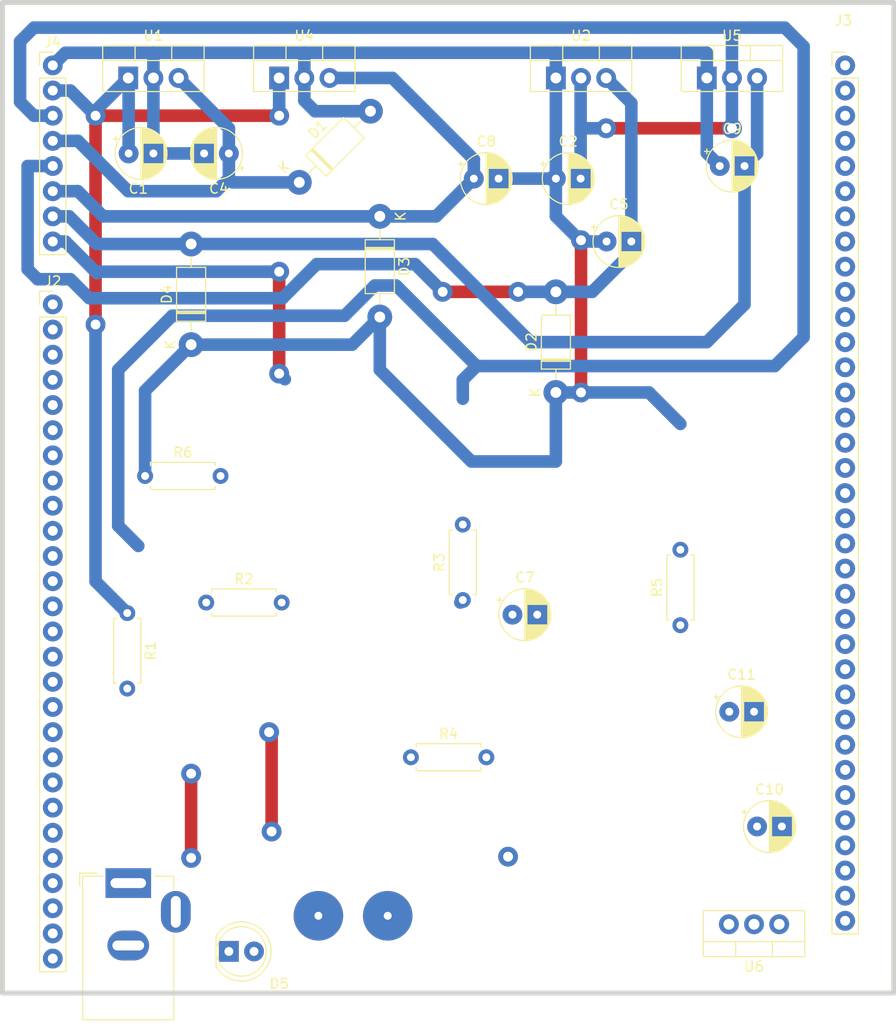
<source format=kicad_pcb>
(kicad_pcb (version 20221018) (generator pcbnew)
  (title_block (title "Fonte de tensao LM675") (date "2023-07-07") (rev "v04") (company "EITduino") (comment 1 "Autor: Gustavo Pinheiro") (comment 2 "projeto com uso de capacitores eletroliticos ou ceramicos") (comment 3 " \"switch\": chave gangorra kcd1para acionamento"))
  (layers (0 "F.Cu" signal) (31 "B.Cu" signal) (34 "B.Paste" user) (35 "F.Paste" user) (36 "B.SilkS" user "B.Silkscreen") (37 "F.SilkS" user "F.Silkscreen") (38 "B.Mask" user) (39 "F.Mask" user) (44 "Edge.Cuts" user))
  (net 0 "")
  (net 1 "switch")
  (net 2 "VEE")
  (net 3 "Net-(C7-Pad1)")
  (net 4 "Earth")
  (net 5 "+9V")
  (net 6 "-9V")
  (net 7 "+5V")
  (net 8 "-5V")
  (net 9 "+3.3V")
  (net 10 "Net-(D5-A)")
  (net 11 "I1")
  (net 12 "I2")
  (net 13 "Ampl1")
  (net 14 "Ampl2")
  (net 15 "Sin1")
  (net 16 "Sin2")
  (net 42 "SinA")
  (net 43 "SinB")
  (net 44 "SINC")
  (net 45 "SPI_COPI")
  (net 46 "SPI_CIPO")
  (net 47 "SPI_clk")
  (net 48 "CS (AD9833)")
  (net 49 "CS (X9c10x)")
  (net 52 "SCL3")
  (net 53 "SDA3")
  (net 54 "SCL2")
  (net 55 "SDA2")
  (net 56 "SCL1")
  (net 57 "SDA1")
  (net 58 "Net-(U3-+)")
  (net 59 "Net-(U3--)")
  (footprint "Connector_BarrelJack:BarrelJack_GCT_DCJ200-10-A_Horizontal" (layer "F.Cu") (at 114.3 139.7)
    (fp_text reference "J1" hide)
    (fp_text value "Barrel_Jack")
    (pad "1" thru_hole rect (at 0 0) (size 4.6 3) (drill oval 3.6 1) (layers "*.Cu" "*.Mask") (net 1 "switch"))
    (pad "2" thru_hole oval (at 0 6.3) (size 4.2 3) (drill oval 3.2 1) (layers "*.Cu" "*.Mask") (net 2 "VEE"))
    (pad "3" thru_hole oval (at 4.8 2.9) (size 3 4.2) (drill oval 1 3.2) (layers "*.Cu" "*.Mask"))
  )
  (footprint "Capacitor_THT:CP_Radial_D5.0mm_P2.50mm" (layer "F.Cu") (at 157.48 68.58)
    (fp_text reference "C2" (at 1.25 -3.75) (layer "F.SilkS"))
    (fp_text value "22uF")
    (pad "1" thru_hole circle (at 0 0) (size 2 2) (drill 0.8) (layers "*.Cu" "*.Mask") (net 4 "Earth"))
    (pad "2" thru_hole rect (at 2.5 0) (size 2 2.5) (drill 0.8) (layers "*.Cu" "*.Mask") (net 2 "VEE"))
  )
  (footprint "Resistor_THT:R_Axial_DIN0207_L6.3mm_D2.5mm_P7.62mm_Horizontal" (layer "F.Cu") (at 114.2 112.44 -90)
    (fp_text reference "R1" (at 3.81 -2.37 -90) (layer "F.SilkS"))
    (fp_text value "470")
    (pad "1" thru_hole circle (at 0 0 270) (size 1.6 1.6) (drill 0.8) (layers "*.Cu" "*.Mask") (net 1 "switch"))
    (pad "2" thru_hole oval (at 7.62 0 270) (size 1.6 1.6) (drill 0.8) (layers "*.Cu" "*.Mask") (net 10 "Net-(D5-A)"))
  )
  (footprint "Diode_THT:D_DO-41_SOD81_P10.16mm_Horizontal" (layer "F.Cu") (at 157.48 90.17 90)
    (fp_text reference "D2" (at 5.08 -2.47 90) (layer "F.SilkS"))
    (fp_text value "1N5819")
    (fp_text user "K" (at 0 -2.1 90) (layer "F.SilkS"))
    (pad "1" thru_hole circle (at 0 0 90) (size 2.5 2.5) (drill 1.1) (layers "*.Cu" "*.Mask") (net 4 "Earth"))
    (pad "2" thru_hole circle (at 10.16 0 90) (size 2.5 2.5) (drill 1.1) (layers "*.Cu" "*.Mask") (net 6 "-9V"))
  )
  (footprint "Package_TO_SOT_THT:TO-220-3_Vertical" (layer "F.Cu") (at 114.3 58.42)
    (fp_text reference "U1" (at 2.54 -4.27) (layer "F.SilkS"))
    (fp_text value "L7809")
    (pad "1" thru_hole rect (at 0 0) (size 2 2.3) (drill 1.1) (layers "*.Cu" "*.Mask") (net 1 "switch"))
    (pad "2" thru_hole circle (at 2.54 0) (size 2 2) (drill 1.1) (layers "*.Cu" "*.Mask") (net 4 "Earth"))
    (pad "3" thru_hole circle (at 5.08 0) (size 2 2) (drill 1.1) (layers "*.Cu" "*.Mask") (net 5 "+9V"))
  )
  (footprint "Diode_THT:D_DO-41_SOD81_P10.16mm_Horizontal" (layer "F.Cu") (at 120.65 85.344 90)
    (fp_text reference "D4" (at 5.08 -2.47 90) (layer "F.SilkS"))
    (fp_text value "1N5819")
    (fp_text user "K" (at 0 -2.1 90) (layer "F.SilkS"))
    (pad "1" thru_hole circle (at 0 0 90) (size 2.5 2.5) (drill 1.1) (layers "*.Cu" "*.Mask") (net 4 "Earth"))
    (pad "2" thru_hole circle (at 10.16 0 90) (size 2.5 2.5) (drill 1.1) (layers "*.Cu" "*.Mask") (net 8 "-5V"))
  )
  (footprint "Capacitor_THT:CP_Radial_D5.0mm_P2.50mm" (layer "F.Cu") (at 177.8 133.985)
    (fp_text reference "C10" (at 1.25 -3.75) (layer "F.SilkS"))
    (fp_text value "100uF")
    (pad "1" thru_hole circle (at 0 0) (size 2 2) (drill 0.8) (layers "*.Cu" "*.Mask") (net 1 "switch"))
    (pad "2" thru_hole rect (at 2.5 0) (size 2 2.5) (drill 0.8) (layers "*.Cu" "*.Mask") (net 4 "Earth"))
  )
  (footprint "Connector_PinHeader_2.54mm:PinHeader_1x35_P2.54mm_Vertical" (layer "F.Cu") (at 186.69 57.15)
    (fp_text reference "J3" (at -0.165 -4.535) (layer "F.SilkS"))
    (fp_text value "comunicacao / sinais digitais" hide)
    (pad "1" thru_hole circle (at 0 0) (size 2 2) (drill 1) (layers "*.Cu" "*.Mask") (net 44 "SINC"))
    (pad "2" thru_hole circle (at 0 2.54) (size 2 2) (drill 1) (layers "*.Cu" "*.Mask") (net 45 "SPI_COPI"))
    (pad "3" thru_hole circle (at 0 5.08) (size 2 2) (drill 1) (layers "*.Cu" "*.Mask") (net 46 "SPI_CIPO"))
    (pad "4" thru_hole circle (at 0 7.62) (size 2 2) (drill 1) (layers "*.Cu" "*.Mask") (net 47 "SPI_clk"))
    (pad "5" thru_hole circle (at 0 10.16) (size 2 2) (drill 1) (layers "*.Cu" "*.Mask") (net 48 "CS (AD9833)"))
    (pad "6" thru_hole circle (at 0 12.7) (size 2 2) (drill 1) (layers "*.Cu" "*.Mask") (net 49 "CS (X9c10x)"))
    (pad "7" thru_hole circle (at 0 15.24) (size 2 2) (drill 1) (layers "*.Cu" "*.Mask"))
    (pad "8" thru_hole circle (at 0 17.78) (size 2 2) (drill 1) (layers "*.Cu" "*.Mask"))
    (pad "9" thru_hole circle (at 0 20.32) (size 2 2) (drill 1) (layers "*.Cu" "*.Mask"))
    (pad "10" thru_hole circle (at 0 22.86) (size 2 2) (drill 1) (layers "*.Cu" "*.Mask"))
    (pad "11" thru_hole circle (at 0 25.4) (size 2 2) (drill 1) (layers "*.Cu" "*.Mask"))
    (pad "12" thru_hole circle (at 0 27.94) (size 2 2) (drill 1) (layers "*.Cu" "*.Mask"))
    (pad "13" thru_hole circle (at 0 30.48) (size 2 2) (drill 1) (layers "*.Cu" "*.Mask"))
    (pad "14" thru_hole circle (at 0 33.02) (size 2 2) (drill 1) (layers "*.Cu" "*.Mask"))
    (pad "15" thru_hole circle (at 0 35.56) (size 2 2) (drill 1) (layers "*.Cu" "*.Mask"))
    (pad "16" thru_hole circle (at 0 38.1) (size 2 2) (drill 1) (layers "*.Cu" "*.Mask"))
    (pad "17" thru_hole circle (at 0 40.64) (size 2 2) (drill 1) (layers "*.Cu" "*.Mask"))
    (pad "18" thru_hole circle (at 0 43.18) (size 2 2) (drill 1) (layers "*.Cu" "*.Mask"))
    (pad "19" thru_hole circle (at 0 45.72) (size 2 2) (drill 1) (layers "*.Cu" "*.Mask"))
    (pad "20" thru_hole circle (at 0 48.26) (size 2 2) (drill 1) (layers "*.Cu" "*.Mask"))
    (pad "21" thru_hole circle (at 0 50.8) (size 2 2) (drill 1) (layers "*.Cu" "*.Mask"))
    (pad "22" thru_hole circle (at 0 53.34) (size 2 2) (drill 1) (layers "*.Cu" "*.Mask"))
    (pad "23" thru_hole circle (at 0 55.88) (size 2 2) (drill 1) (layers "*.Cu" "*.Mask"))
    (pad "24" thru_hole circle (at 0 58.42) (size 2 2) (drill 1) (layers "*.Cu" "*.Mask"))
    (pad "25" thru_hole circle (at 0 60.96) (size 2 2) (drill 1) (layers "*.Cu" "*.Mask"))
    (pad "26" thru_hole circle (at 0 63.5) (size 2 2) (drill 1) (layers "*.Cu" "*.Mask"))
    (pad "27" thru_hole circle (at 0 66.04) (size 2 2) (drill 1) (layers "*.Cu" "*.Mask"))
    (pad "28" thru_hole circle (at 0 68.58) (size 2 2) (drill 1) (layers "*.Cu" "*.Mask"))
    (pad "29" thru_hole circle (at 0 71.12) (size 2 2) (drill 1) (layers "*.Cu" "*.Mask"))
    (pad "30" thru_hole circle (at 0 73.66) (size 2 2) (drill 1) (layers "*.Cu" "*.Mask") (net 52 "SCL3"))
    (pad "31" thru_hole circle (at 0 76.2) (size 2 2) (drill 1) (layers "*.Cu" "*.Mask") (net 53 "SDA3"))
    (pad "32" thru_hole circle (at 0 78.74) (size 2 2) (drill 1) (layers "*.Cu" "*.Mask") (net 54 "SCL2"))
    (pad "33" thru_hole circle (at 0 81.28) (size 2 2) (drill 1) (layers "*.Cu" "*.Mask") (net 55 "SDA2"))
    (pad "34" thru_hole circle (at 0 83.82) (size 2 2) (drill 1) (layers "*.Cu" "*.Mask") (net 56 "SCL1"))
    (pad "35" thru_hole circle (at 0 86.36) (size 2 2) (drill 1) (layers "*.Cu" "*.Mask") (net 57 "SDA1"))
  )
  (footprint "Resistor_THT:R_Axial_DIN0207_L6.3mm_D2.5mm_P7.62mm_Horizontal" (layer "F.Cu") (at 142.84 127)
    (fp_text reference "R4" (at 3.81 -2.37) (layer "F.SilkS"))
    (fp_text value "1k")
    (pad "1" thru_hole circle (at 0 0) (size 1.6 1.6) (drill 0.8) (layers "*.Cu" "*.Mask") (net 58 "Net-(U3-+)"))
    (pad "2" thru_hole oval (at 7.62 0) (size 1.6 1.6) (drill 0.8) (layers "*.Cu" "*.Mask") (net 59 "Net-(U3--)"))
  )
  (footprint "Package_TO_SOT_THT:TO-220-3_Vertical" (layer "F.Cu") (at 180.031112 143.855 180)
    (fp_text reference "U6" (at 2.54 -4.27) (layer "F.SilkS"))
    (fp_text value "LM1117T-3.3")
    (pad "1" thru_hole circle (at 0 0 180) (size 2 2) (drill 1.1) (layers "*.Cu" "*.Mask") (net 4 "Earth"))
    (pad "2" thru_hole circle (at 2.54 0 180) (size 2 2) (drill 1.1) (layers "*.Cu" "*.Mask") (net 9 "+3.3V"))
    (pad "3" thru_hole circle (at 5.08 0 180) (size 2 2) (drill 1.1) (layers "*.Cu" "*.Mask") (net 1 "switch"))
  )
  (footprint "Capacitor_THT:CP_Radial_D5.0mm_P2.50mm" (layer "F.Cu") (at 174.03 67.31)
    (fp_text reference "C9" (at 1.25 -3.75) (layer "F.SilkS"))
    (fp_text value "1uF")
    (pad "1" thru_hole circle (at 0 0) (size 2 2) (drill 0.8) (layers "*.Cu" "*.Mask") (net 4 "Earth"))
    (pad "2" thru_hole rect (at 2.5 0) (size 2 2.5) (drill 0.8) (layers "*.Cu" "*.Mask") (net 8 "-5V"))
  )
  (footprint "Resistor_THT:R_Axial_DIN0207_L6.3mm_D2.5mm_P7.62mm_Horizontal" (layer "F.Cu") (at 170.053 113.665 90)
    (fp_text reference "R5" (at 3.81 -2.37 90) (layer "F.SilkS"))
    (fp_text value "15k")
    (pad "1" thru_hole circle (at 0 0 90) (size 1.6 1.6) (drill 0.8) (layers "*.Cu" "*.Mask") (net 59 "Net-(U3--)"))
    (pad "2" thru_hole oval (at 7.62 0 90) (size 1.6 1.6) (drill 0.8) (layers "*.Cu" "*.Mask") (net 4 "Earth"))
  )
  (footprint "Package_TO_SOT_THT:TO-220-3_Vertical" (layer "F.Cu") (at 157.48 58.42)
    (fp_text reference "U2" (at 2.54 -4.27) (layer "F.SilkS"))
    (fp_text value "LM7909_TO220")
    (pad "1" thru_hole rect (at 0 0) (size 2 2.3) (drill 1.1) (layers "*.Cu" "*.Mask") (net 4 "Earth"))
    (pad "2" thru_hole circle (at 2.54 0) (size 2 2) (drill 1.1) (layers "*.Cu" "*.Mask") (net 2 "VEE"))
    (pad "3" thru_hole circle (at 5.08 0) (size 2 2) (drill 1.1) (layers "*.Cu" "*.Mask") (net 6 "-9V"))
  )
  (footprint "Capacitor_THT:CP_Radial_D5.0mm_P2.50mm" (layer "F.Cu") (at 149.194888 68.58)
    (fp_text reference "C8" (at 1.25 -3.75) (layer "F.SilkS"))
    (fp_text value "1uF")
    (pad "1" thru_hole circle (at 0 0) (size 2 2) (drill 0.8) (layers "*.Cu" "*.Mask") (net 7 "+5V"))
    (pad "2" thru_hole rect (at 2.5 0) (size 2 2.5) (drill 0.8) (layers "*.Cu" "*.Mask") (net 4 "Earth"))
  )
  (footprint "Connector_PinHeader_2.54mm:PinHeader_1x08_P2.54mm_Vertical" (layer "F.Cu") (at 106.68 57.15)
    (fp_text reference "J4" (at 0 -2.33) (layer "F.SilkS"))
    (fp_text value "tensoes")
    (pad "1" thru_hole circle (at 0 0) (size 2 2) (drill 1) (layers "*.Cu" "*.Mask") (net 4 "Earth"))
    (pad "2" thru_hole circle (at 0 2.54) (size 2 2) (drill 1) (layers "*.Cu" "*.Mask") (net 1 "switch"))
    (pad "3" thru_hole circle (at 0 5.08) (size 2 2) (drill 1) (layers "*.Cu" "*.Mask") (net 2 "VEE"))
    (pad "4" thru_hole circle (at 0 7.62) (size 2 2) (drill 1) (layers "*.Cu" "*.Mask") (net 5 "+9V"))
    (pad "5" thru_hole circle (at 0 10.16) (size 2 2) (drill 1) (layers "*.Cu" "*.Mask") (net 6 "-9V"))
    (pad "6" thru_hole circle (at 0 12.7) (size 2 2) (drill 1) (layers "*.Cu" "*.Mask") (net 7 "+5V"))
    (pad "7" thru_hole circle (at 0 15.24) (size 2 2) (drill 1) (layers "*.Cu" "*.Mask") (net 8 "-5V"))
    (pad "8" thru_hole circle (at 0 17.78) (size 2 2) (drill 1) (layers "*.Cu" "*.Mask") (net 9 "+3.3V"))
  )
  (footprint "Connector_PinHeader_2.54mm:PinHeader_1x27_P2.54mm_Vertical" (layer "F.Cu") (at 106.68 81.28)
    (fp_text reference "J2" (at 0 -2.33) (layer "F.SilkS"))
    (fp_text value "sinais analogicos")
    (pad "1" thru_hole circle (at 0 0) (size 2 2) (drill 1) (layers "*.Cu" "*.Mask"))
    (pad "2" thru_hole circle (at 0 2.54) (size 2 2) (drill 1) (layers "*.Cu" "*.Mask"))
    (pad "3" thru_hole circle (at 0 5.08) (size 2 2) (drill 1) (layers "*.Cu" "*.Mask"))
    (pad "4" thru_hole circle (at 0 7.62) (size 2 2) (drill 1) (layers "*.Cu" "*.Mask"))
    (pad "5" thru_hole circle (at 0 10.16) (size 2 2) (drill 1) (layers "*.Cu" "*.Mask"))
    (pad "6" thru_hole circle (at 0 12.7) (size 2 2) (drill 1) (layers "*.Cu" "*.Mask"))
    (pad "7" thru_hole circle (at 0 15.24) (size 2 2) (drill 1) (layers "*.Cu" "*.Mask"))
    (pad "8" thru_hole circle (at 0 17.78) (size 2 2) (drill 1) (layers "*.Cu" "*.Mask"))
    (pad "9" thru_hole circle (at 0 20.32) (size 2 2) (drill 1) (layers "*.Cu" "*.Mask"))
    (pad "10" thru_hole circle (at 0 22.86) (size 2 2) (drill 1) (layers "*.Cu" "*.Mask"))
    (pad "11" thru_hole circle (at 0 25.4) (size 2 2) (drill 1) (layers "*.Cu" "*.Mask"))
    (pad "12" thru_hole circle (at 0 27.94) (size 2 2) (drill 1) (layers "*.Cu" "*.Mask"))
    (pad "13" thru_hole circle (at 0 30.48) (size 2 2) (drill 1) (layers "*.Cu" "*.Mask"))
    (pad "14" thru_hole circle (at 0 33.02) (size 2 2) (drill 1) (layers "*.Cu" "*.Mask"))
    (pad "15" thru_hole circle (at 0 35.56) (size 2 2) (drill 1) (layers "*.Cu" "*.Mask"))
    (pad "16" thru_hole circle (at 0 38.1) (size 2 2) (drill 1) (layers "*.Cu" "*.Mask"))
    (pad "17" thru_hole circle (at 0 40.64) (size 2 2) (drill 1) (layers "*.Cu" "*.Mask"))
    (pad "18" thru_hole circle (at 0 43.18) (size 2 2) (drill 1) (layers "*.Cu" "*.Mask"))
    (pad "19" thru_hole circle (at 0 45.72) (size 2 2) (drill 1) (layers "*.Cu" "*.Mask"))
    (pad "20" thru_hole circle (at 0 48.26) (size 2 2) (drill 1) (layers "*.Cu" "*.Mask") (net 11 "I1"))
    (pad "21" thru_hole circle (at 0 50.8) (size 2 2) (drill 1) (layers "*.Cu" "*.Mask") (net 12 "I2"))
    (pad "22" thru_hole circle (at 0 53.34) (size 2 2) (drill 1) (layers "*.Cu" "*.Mask") (net 13 "Ampl1"))
    (pad "23" thru_hole circle (at 0 55.88) (size 2 2) (drill 1) (layers "*.Cu" "*.Mask") (net 14 "Ampl2"))
    (pad "24" thru_hole circle (at 0 58.42) (size 2 2) (drill 1) (layers "*.Cu" "*.Mask") (net 15 "Sin1"))
    (pad "25" thru_hole circle (at 0 60.96) (size 2 2) (drill 1) (layers "*.Cu" "*.Mask") (net 16 "Sin2"))
    (pad "26" thru_hole circle (at 0 63.5) (size 2 2) (drill 1) (layers "*.Cu" "*.Mask") (net 42 "SinA"))
    (pad "27" thru_hole circle (at 0 66.04) (size 2 2) (drill 1) (layers "*.Cu" "*.Mask") (net 43 "SinB"))
  )
  (footprint "Resistor_THT:R_Axial_DIN0207_L6.3mm_D2.5mm_P7.62mm_Horizontal" (layer "F.Cu") (at 122.174 111.379)
    (fp_text reference "R2" (at 3.81 -2.37) (layer "F.SilkS"))
    (fp_text value "22k")
    (pad "1" thru_hole circle (at 0 0) (size 1.6 1.6) (drill 0.8) (layers "*.Cu" "*.Mask") (net 1 "switch"))
    (pad "2" thru_hole oval (at 7.62 0) (size 1.6 1.6) (drill 0.8) (layers "*.Cu" "*.Mask") (net 58 "Net-(U3-+)"))
  )
  (footprint "Package_TO_SOT_THT:TO-220-3_Vertical" (layer "F.Cu") (at 129.54 58.42)
    (fp_text reference "U4" (at 2.54 -4.27) (layer "F.SilkS"))
    (fp_text value "L7805")
    (pad "1" thru_hole rect (at 0 0) (size 2 2.3) (drill 1.1) (layers "*.Cu" "*.Mask") (net 1 "switch"))
    (pad "2" thru_hole circle (at 2.54 0) (size 2 2) (drill 1.1) (layers "*.Cu" "*.Mask") (net 4 "Earth"))
    (pad "3" thru_hole circle (at 5.08 0) (size 2 2) (drill 1.1) (layers "*.Cu" "*.Mask") (net 7 "+5V"))
  )
  (footprint "Capacitor_THT:CP_Radial_D5.0mm_P2.50mm" (layer "F.Cu") (at 162.6 74.93)
    (fp_text reference "C5" (at 1.25 -3.75) (layer "F.SilkS"))
    (fp_text value "1uF")
    (pad "1" thru_hole circle (at 0 0) (size 2 2) (drill 0.8) (layers "*.Cu" "*.Mask") (net 4 "Earth"))
    (pad "2" thru_hole rect (at 2.5 0) (size 2 2.5) (drill 0.8) (layers "*.Cu" "*.Mask") (net 6 "-9V"))
  )
  (footprint "Package_TO_SOT_THT:TO-220-3_Vertical" (layer "F.Cu") (at 172.72 58.42)
    (fp_text reference "U5" (at 2.54 -4.27) (layer "F.SilkS"))
    (fp_text value "L7905")
    (pad "1" thru_hole rect (at 0 0) (size 2 2.3) (drill 1.1) (layers "*.Cu" "*.Mask") (net 4 "Earth"))
    (pad "2" thru_hole circle (at 2.54 0) (size 2 2) (drill 1.1) (layers "*.Cu" "*.Mask") (net 2 "VEE"))
    (pad "3" thru_hole circle (at 5.08 0) (size 2 2) (drill 1.1) (layers "*.Cu" "*.Mask") (net 8 "-5V"))
  )
  (footprint "Capacitor_THT:CP_Radial_D5.0mm_P2.50mm" (layer "F.Cu") (at 153.1 112.6)
    (fp_text reference "C7" (at 1.25 -3.75) (layer "F.SilkS"))
    (fp_text value "2.2uF")
    (pad "1" thru_hole circle (at 0 0) (size 2 2) (drill 0.8) (layers "*.Cu" "*.Mask") (net 3 "Net-(C7-Pad1)"))
    (pad "2" thru_hole rect (at 2.5 0) (size 2 2.5) (drill 0.8) (layers "*.Cu" "*.Mask") (net 2 "VEE"))
  )
  (footprint "Capacitor_THT:CP_Radial_D5.0mm_P2.50mm" (layer "F.Cu") (at 114.34 66.04)
    (fp_text reference "C1" (at 0.976 3.556) (layer "F.SilkS"))
    (fp_text value "3.3uF")
    (pad "1" thru_hole circle (at 0 0) (size 2 2) (drill 0.8) (layers "*.Cu" "*.Mask") (net 1 "switch"))
    (pad "2" thru_hole rect (at 2.5 0) (size 2 2.5) (drill 0.8) (layers "*.Cu" "*.Mask") (net 4 "Earth"))
  )
  (footprint "Resistor_THT:R_Axial_DIN0207_L6.3mm_D2.5mm_P7.62mm_Horizontal" (layer "F.Cu") (at 148.082 111.125 90)
    (fp_text reference "R3" (at 3.81 -2.37 90) (layer "F.SilkS"))
    (fp_text value "22k")
    (pad "1" thru_hole circle (at 0 0 90) (size 1.6 1.6) (drill 0.8) (layers "*.Cu" "*.Mask") (net 58 "Net-(U3-+)"))
    (pad "2" thru_hole oval (at 7.62 0 90) (size 1.6 1.6) (drill 0.8) (layers "*.Cu" "*.Mask") (net 2 "VEE"))
  )
  (footprint "Diode_THT:D_DO-41_SOD81_P10.16mm_Horizontal" (layer "F.Cu") (at 139.7 72.39 -90)
    (fp_text reference "D3" (at 5.08 -2.47 90) (layer "F.SilkS"))
    (fp_text value "1N5819")
    (fp_text user "K" (at 0 -2.1 90) (layer "F.SilkS"))
    (pad "1" thru_hole circle (at 0 0 270) (size 2.5 2.5) (drill 1.1) (layers "*.Cu" "*.Mask") (net 7 "+5V"))
    (pad "2" thru_hole circle (at 10.16 0 270) (size 2.5 2.5) (drill 1.1) (layers "*.Cu" "*.Mask") (net 4 "Earth"))
  )
  (footprint "Capacitor_THT:CP_Radial_D5.0mm_P2.50mm" (layer "F.Cu") (at 174.991112 122.4)
    (fp_text reference "C11" (at 1.25 -3.75) (layer "F.SilkS"))
    (fp_text value "100uF")
    (pad "1" thru_hole circle (at 0 0) (size 2 2) (drill 0.8) (layers "*.Cu" "*.Mask") (net 9 "+3.3V"))
    (pad "2" thru_hole rect (at 2.5 0) (size 2 2.5) (drill 0.8) (layers "*.Cu" "*.Mask") (net 4 "Earth"))
  )
  (footprint "Resistor_THT:R_Axial_DIN0207_L6.3mm_D2.5mm_P7.62mm_Horizontal" (layer "F.Cu") (at 116 98.6)
    (fp_text reference "R6" (at 3.81 -2.37) (layer "F.SilkS"))
    (fp_text value "1")
    (pad "1" thru_hole circle (at 0 0) (size 1.6 1.6) (drill 0.8) (layers "*.Cu" "*.Mask") (net 4 "Earth"))
    (pad "2" thru_hole oval (at 7.62 0) (size 1.6 1.6) (drill 0.8) (layers "*.Cu" "*.Mask") (net 3 "Net-(C7-Pad1)"))
  )
  (footprint "Capacitor_THT:CP_Radial_D5.0mm_P2.50mm" (layer "F.Cu") (at 124.46 66.04 180)
    (fp_text reference "C4" (at 1.016 -3.556) (layer "F.SilkS"))
    (fp_text value "1uF")
    (pad "1" thru_hole circle (at 0 0 180) (size 2 2) (drill 0.8) (layers "*.Cu" "*.Mask") (net 5 "+9V"))
    (pad "2" thru_hole rect (at 2.5 0 180) (size 2 2.5) (drill 0.8) (layers "*.Cu" "*.Mask") (net 4 "Earth"))
  )
  (footprint "Diode_THT:D_DO-41_SOD81_P10.16mm_Horizontal" (layer "F.Cu") (at 131.572 68.961 45)
    (fp_text reference "D1" (at 5.08 -2.47 45) (layer "F.SilkS"))
    (fp_text value "1N5819")
    (fp_text user "K" (at 0 -2.1 45) (layer "F.SilkS"))
    (pad "1" thru_hole circle (at 0 0 45) (size 2.5 2.5) (drill 1.1) (layers "*.Cu" "*.Mask") (net 5 "+9V"))
    (pad "2" thru_hole circle (at 10.16 0 45) (size 2.5 2.5) (drill 1.1) (layers "*.Cu" "*.Mask") (net 4 "Earth"))
  )
  (footprint "LED_THT:LED_D5.0mm" (layer "F.Cu") (at 124.46 146.6)
    (fp_text reference "D5" (at 5.08 3.26) (layer "F.SilkS"))
    (fp_text value "LED")
    (pad "1" thru_hole rect (at 0 0) (size 2 2.1) (drill 0.9) (layers "*.Cu" "*.Mask") (net 4 "Earth"))
    (pad "2" thru_hole circle (at 2.54 0) (size 2 2) (drill 0.9) (layers "*.Cu" "*.Mask") (net 10 "Net-(D5-A)"))
  )
  (gr_line (start 191.6 150.7998) (end 101.60018 150.7998) (stroke (width 0.5)) (layer "Edge.Cuts"))
  (gr_line (start 191.6 150.8) (end 191.6 50.8) (stroke (width 0.5)) (layer "Edge.Cuts"))
  (gr_line (start 101.6 50.8) (end 191.6 50.8) (stroke (width 0.5)) (layer "Edge.Cuts"))
  (gr_line (start 101.6 50.8) (end 101.6 150.7998) (stroke (width 0.5)) (layer "Edge.Cuts"))
  (segment (start 128.524 124.46) (end 128.778 124.714) (width 1.27) (layer "F.Cu") (net 1))
  (segment (start 110.998 62.23) (end 110.998 83.312) (width 1.27) (layer "F.Cu") (net 1))
  (segment (start 128.778 124.714) (end 128.778 134.493) (width 1.27) (layer "F.Cu") (net 1))
  (segment (start 110.998 62.23) (end 129.54 62.23) (width 1.27) (layer "F.Cu") (net 1))
  (via (at 110.998 62.23) (size 2) (drill 1) (layers "F.Cu" "B.Cu") (net 1))
  (via (at 140.5 143) (size 5) (drill 0.8) (layers "F.Cu" "B.Cu") (net 1))
  (via (at 129.54 62.23) (size 2) (drill 1) (layers "F.Cu" "B.Cu") (net 1))
  (via (at 152.654 137.033) (size 2) (drill 1) (layers "F.Cu" "B.Cu") (net 1))
  (via (at 110.998 83.312) (size 2) (drill 1) (layers "F.Cu" "B.Cu") (net 1))
  (via (at 128.524 124.46) (size 2) (drill 1) (layers "F.Cu" "B.Cu") (net 1))
  (via (at 133.5 143) (size 5) (drill 0.8) (layers "F.Cu" "B.Cu") (net 1))
  (via (at 128.778 134.493) (size 2) (drill 1) (layers "F.Cu" "B.Cu") (net 1))
  (segment (start 110.998 83.312) (end 110.998 109.238) (width 1.27) (layer "B.Cu") (net 1))
  (segment (start 108.458 59.69) (end 106.68 59.69) (width 1.27) (layer "B.Cu") (net 1))
  (segment (start 152.527 137.16) (end 152.654 137.033) (width 1.27) (layer "B.Cu") (net 1))
  (segment (start 110.998 62.23) (end 108.458 59.69) (width 1.27) (layer "B.Cu") (net 1))
  (segment (start 140.5 143) (end 141.48 143) (width 1.27) (layer "B.Cu") (net 1))
  (segment (start 129.54 62.23) (end 129.54 58.42) (width 1.27) (layer "B.Cu") (net 1))
  (segment (start 114.34 66.04) (end 114.34 58.46) (width 1.27) (layer "B.Cu") (net 1))
  (segment (start 114.34 58.46) (end 114.3 58.42) (width 1.27) (layer "B.Cu") (net 1))
  (segment (start 110.998 62.23) (end 110.998 61.722) (width 1.27) (layer "B.Cu") (net 1))
  (segment (start 110.998 109.238) (end 114.2 112.44) (width 1.27) (layer "B.Cu") (net 1))
  (segment (start 110.998 61.722) (end 114.3 58.42) (width 1.27) (layer "B.Cu") (net 1))
  (segment (start 140.5 143) (end 140.5 143.98) (width 1.27) (layer "B.Cu") (net 1))
  (segment (start 120.65 128.651) (end 120.65 137.16) (width 1.27) (layer "F.Cu") (net 2))
  (segment (start 175.26 63.5) (end 162.56 63.5) (width 1.27) (layer "F.Cu") (net 2))
  (via (at 175.26 63.5) (size 2) (drill 1) (layers "F.Cu" "B.Cu") (net 2))
  (via (at 162.56 63.5) (size 2) (drill 1) (layers "F.Cu" "B.Cu") (net 2))
  (via (at 120.65 128.651) (size 2) (drill 1) (layers "F.Cu" "B.Cu") (net 2))
  (via (at 120.65 137.16) (size 2) (drill 1) (layers "F.Cu" "B.Cu") (net 2))
  (segment (start 180.594 53.34) (end 182.499 55.245) (width 1.27) (layer "B.Cu") (net 2))
  (segment (start 118.745 82.423) (end 136.144 82.423) (width 1.27) (layer "B.Cu") (net 2))
  (segment (start 175.26 63.5) (end 175.26 58.42) (width 1.27) (layer "B.Cu") (net 2))
  (segment (start 113.284 103.632) (end 113.284 87.884) (width 1.27) (layer "B.Cu") (net 2))
  (segment (start 160.02 68.54) (end 159.98 68.58) (width 1.27) (layer "B.Cu") (net 2))
  (segment (start 114.9 146.6) (end 114.3 146) (width 1.27) (layer "B.Cu") (net 2))
  (segment (start 136.144 82.423) (end 139.192 79.375) (width 1.27) (layer "B.Cu") (net 2))
  (segment (start 159.98 58.46) (end 160.02 58.42) (width 1.27) (layer "B.Cu") (net 2))
  (segment (start 175.26 53.34) (end 175.26 58.42) (width 1.27) (layer "B.Cu") (net 2))
  (segment (start 139.192 79.375) (end 141.351 79.375) (width 1.27) (layer "B.Cu") (net 2))
  (segment (start 113.284 87.884) (end 118.745 82.423) (width 1.27) (layer "B.Cu") (net 2))
  (segment (start 179.578 87.503) (end 182.499 84.582) (width 1.27) (layer "B.Cu") (net 2))
  (segment (start 182.499 84.582) (end 182.499 55.245) (width 1.27) (layer "B.Cu") (net 2))
  (segment (start 103.378 60.833) (end 103.378 54.737) (width 1.27) (layer "B.Cu") (net 2))
  (segment (start 175.26 53.34) (end 180.594 53.34) (width 1.27) (layer "B.Cu") (net 2))
  (segment (start 159.98 63.5) (end 159.98 58.46) (width 1.27) (layer "B.Cu") (net 2))
  (segment (start 104.775 62.23) (end 103.378 60.833) (width 1.27) (layer "B.Cu") (net 2))
  (segment (start 141.351 79.375) (end 149.479 87.503) (width 1.27) (layer "B.Cu") (net 2))
  (segment (start 115.316 105.664) (end 113.284 103.632) (width 1.27) (layer "B.Cu") (net 2))
  (segment (start 106.68 62.23) (end 104.775 62.23) (width 1.27) (layer "B.Cu") (net 2))
  (segment (start 159.98 68.58) (end 159.98 63.5) (width 1.27) (layer "B.Cu") (net 2))
  (segment (start 148.082 88.9) (end 149.479 87.503) (width 1.27) (layer "B.Cu") (net 2))
  (segment (start 104.775 53.34) (end 175.26 53.34) (width 1.27) (layer "B.Cu") (net 2))
  (segment (start 103.378 54.737) (end 104.775 53.34) (width 1.27) (layer "B.Cu") (net 2))
  (segment (start 148.082 90.805) (end 148.082 88.9) (width 1.27) (layer "B.Cu") (net 2))
  (segment (start 149.479 87.503) (end 179.578 87.503) (width 1.27) (layer "B.Cu") (net 2))
  (segment (start 162.56 63.5) (end 159.98 63.5) (width 1.27) (layer "B.Cu") (net 2))
  (segment (start 160.02 74.803) (end 160.02 90.17) (width 1.27) (layer "F.Cu") (net 4))
  (via (at 160.02 74.803) (size 2) (drill 1) (layers "F.Cu" "B.Cu") (net 4))
  (via (at 160.02 90.17) (size 2) (drill 1) (layers "F.Cu" "B.Cu") (net 4))
  (segment (start 157.48 72.39) (end 157.48 68.58) (width 1.27) (layer "B.Cu") (net 4))
  (segment (start 162.6 74.93) (end 160.02 74.93) (width 1.27) (layer "B.Cu") (net 4))
  (segment (start 160.02 74.93) (end 157.48 72.39) (width 1.27) (layer "B.Cu") (net 4))
  (segment (start 132.08 55.88) (end 157.48 55.88) (width 1.27) (layer "B.Cu") (net 4))
  (segment (start 148.952 97.136) (end 139.7 87.884) (width 1.27) (layer "B.Cu") (net 4))
  (segment (start 132.08 55.88) (end 132.08 58.42) (width 1.27) (layer "B.Cu") (net 4))
  (segment (start 136.906 85.344) (end 139.7 82.55) (width 1.27) (layer "B.Cu") (net 4))
  (segment (start 139.7 87.884) (end 139.7 82.55) (width 1.27) (layer "B.Cu") (net 4))
  (segment (start 132.08 60.706) (end 133.150795 61.776795) (width 1.27) (layer "B.Cu") (net 4))
  (segment (start 116 89.994) (end 120.65 85.344) (width 1.27) (layer "B.Cu") (net 4))
  (segment (start 172.72 58.42) (end 172.72 66) (width 1.27) (layer "B.Cu") (net 4))
  (segment (start 116.84 55.88) (end 132.08 55.88) (width 1.27) (layer "B.Cu") (net 4))
  (segment (start 160.02 90.17) (end 166.878 90.17) (width 1.27) (layer "B.Cu") (net 4))
  (segment (start 116 98.6) (end 116 89.994) (width 1.27) (layer "B.Cu") (net 4))
  (segment (start 157.48 55.88) (end 172.72 55.88) (width 1.27) (layer "B.Cu") (net 4))
  (segment (start 106.68 57.15) (end 107.95 55.88) (width 1.27) (layer "B.Cu") (net 4))
  (segment (start 133.150795 61.776795) (end 138.756205 61.776795) (width 1.27) (layer "B.Cu") (net 4))
  (segment (start 121.96 66.04) (end 116.84 66.04) (width 1.27) (layer "B.Cu") (net 4))
  (segment (start 166.878 90.17) (end 170.053 93.345) (width 1.27) (layer "B.Cu") (net 4))
  (segment (start 132.08 58.42) (end 132.08 60.706) (width 1.27) (layer "B.Cu") (net 4))
  (segment (start 157.48 97.136) (end 148.952 97.136) (width 1.27) (layer "B.Cu") (net 4))
  (segment (start 107.95 55.88) (end 116.84 55.88) (width 1.27) (layer "B.Cu") (net 4))
  (segment (start 180.031112 134.253888) (end 180.3 133.985) (width 1.27) (layer "B.Cu") (net 4))
  (segment (start 151.694888 68.58) (end 157.48 68.58) (width 1.27) (layer "B.Cu") (net 4))
  (segment (start 157.48 58.42) (end 157.48 68.58) (width 1.27) (layer "B.Cu") (net 4))
  (segment (start 120.65 85.344) (end 136.906 85.344) (width 1.27) (layer "B.Cu") (net 4))
  (segment (start 157.48 55.88) (end 157.48 58.42) (width 1.27) (layer "B.Cu") (net 4))
  (segment (start 157.48 90.17) (end 157.48 97.136) (width 1.27) (layer "B.Cu") (net 4))
  (segment (start 172.72 66) (end 174.03 67.31) (width 1.27) (layer "B.Cu") (net 4))
  (segment (start 116.84 66.04) (end 116.84 58.42) (width 1.27) (layer "B.Cu") (net 4))
  (segment (start 116.84 55.88) (end 116.84 58.42) (width 1.27) (layer "B.Cu") (net 4))
  (segment (start 172.72 55.88) (end 172.72 58.42) (width 1.27) (layer "B.Cu") (net 4))
  (segment (start 160.02 90.17) (end 157.48 90.17) (width 1.27) (layer "B.Cu") (net 4))
  (segment (start 106.68 64.77) (end 109.22 64.77) (width 1.27) (layer "B.Cu") (net 5))
  (segment (start 124.46 63.5) (end 124.46 66.04) (width 1.27) (layer "B.Cu") (net 5))
  (segment (start 131.572 68.961) (end 124.841 68.961) (width 1.27) (layer "B.Cu") (net 5))
  (segment (start 119.38 58.42) (end 124.46 63.5) (width 1.27) (layer "B.Cu") (net 5))
  (segment (start 124.46 68.58) (end 124.46 66.04) (width 1.27) (layer "B.Cu") (net 5))
  (segment (start 114.3 69.85) (end 123.19 69.85) (width 1.27) (layer "B.Cu") (net 5))
  (segment (start 123.19 69.85) (end 124.46 68.58) (width 1.27) (layer "B.Cu") (net 5))
  (segment (start 124.841 68.961) (end 124.46 68.58) (width 1.27) (layer "B.Cu") (net 5))
  (segment (start 109.22 64.77) (end 114.3 69.85) (width 1.27) (layer "B.Cu") (net 5))
  (segment (start 153.67 80.01) (end 146.05 80.01) (width 1.27) (layer "F.Cu") (net 6))
  (via (at 153.67 80.01) (size 2) (drill 1) (layers "F.Cu" "B.Cu") (net 6))
  (via (at 146.05 80.01) (size 2) (drill 1) (layers "F.Cu" "B.Cu") (net 6))
  (segment (start 108.458 78.74) (end 105.156 78.74) (width 1.27) (layer "B.Cu") (net 6))
  (segment (start 110.371 80.653) (end 108.458 78.74) (width 1.27) (layer "B.Cu") (net 6))
  (segment (start 157.48 80.01) (end 161.15137 80.01) (width 1.27) (layer "B.Cu") (net 6))
  (segment (start 104.14 77.724) (end 104.14 67.31) (width 1.27) (layer "B.Cu") (net 6))
  (segment (start 165.1 74.93) (end 165.1 60.96) (width 1.27) (layer "B.Cu") (net 6))
  (segment (start 143.256 77.216) (end 133.321346 77.216) (width 1.27) (layer "B.Cu") (net 6))
  (segment (start 165.1 60.96) (end 162.56 58.42) (width 1.27) (layer "B.Cu") (net 6))
  (segment (start 165.1 76.06137) (end 165.1 74.93) (width 1.27) (layer "B.Cu") (net 6))
  (segment (start 104.14 67.31) (end 106.68 67.31) (width 1.27) (layer "B.Cu") (net 6))
  (segment (start 153.67 80.01) (end 157.48 80.01) (width 1.27) (layer "B.Cu") (net 6))
  (segment (start 133.321346 77.216) (end 129.884346 80.653) (width 1.27) (layer "B.Cu") (net 6))
  (segment (start 105.156 78.74) (end 104.14 77.724) (width 1.27) (layer "B.Cu") (net 6))
  (segment (start 129.884346 80.653) (end 110.371 80.653) (width 1.27) (layer "B.Cu") (net 6))
  (segment (start 146.05 80.01) (end 143.256 77.216) (width 1.27) (layer "B.Cu") (net 6))
  (segment (start 161.15137 80.01) (end 165.1 76.06137) (width 1.27) (layer "B.Cu") (net 6))
  (segment (start 142.24 72.39) (end 111.76 72.39) (width 1.27) (layer "B.Cu") (net 7))
  (segment (start 109.22 69.85) (end 106.68 69.85) (width 1.27) (layer "B.Cu") (net 7))
  (segment (start 149.194888 66.644888) (end 140.97 58.42) (width 1.27) (layer "B.Cu") (net 7))
  (segment (start 149.194888 68.58) (end 149.194888 66.644888) (width 1.27) (layer "B.Cu") (net 7))
  (segment (start 140.97 58.42) (end 134.62 58.42) (width 1.27) (layer "B.Cu") (net 7))
  (segment (start 145.384888 72.39) (end 142.24 72.39) (width 1.27) (layer "B.Cu") (net 7))
  (segment (start 139.7 72.39) (end 142.24 72.39) (width 1.27) (layer "B.Cu") (net 7))
  (segment (start 111.76 72.39) (end 109.22 69.85) (width 1.27) (layer "B.Cu") (net 7))
  (segment (start 149.194888 68.58) (end 145.384888 72.39) (width 1.27) (layer "B.Cu") (net 7))
  (segment (start 172.72 85.09) (end 176.53 81.28) (width 1.27) (layer "B.Cu") (net 8))
  (segment (start 145.034 75.184) (end 146.05 76.2) (width 1.27) (layer "B.Cu") (net 8))
  (segment (start 154.94 85.09) (end 172.72 85.09) (width 1.27) (layer "B.Cu") (net 8))
  (segment (start 177.8 58.42) (end 177.8 66.04) (width 1.27) (layer "B.Cu") (net 8))
  (segment (start 120.65 75.184) (end 111.125 75.184) (width 1.27) (layer "B.Cu") (net 8))
  (segment (start 177.8 66.04) (end 176.53 67.31) (width 1.27) (layer "B.Cu") (net 8))
  (segment (start 120.65 75.184) (end 145.034 75.184) (width 1.27) (layer "B.Cu") (net 8))
  (segment (start 176.53 81.28) (end 176.53 67.31) (width 1.27) (layer "B.Cu") (net 8))
  (segment (start 111.125 75.184) (end 110.9345 74.9935) (width 1.27) (layer "B.Cu") (net 8))
  (segment (start 146.05 76.2) (end 154.94 85.09) (width 1.27) (layer "B.Cu") (net 8))
  (segment (start 106.68 72.39) (end 108.331 72.39) (width 1.27) (layer "B.Cu") (net 8))
  (segment (start 108.331 72.39) (end 110.9345 74.9935) (width 1.27) (layer "B.Cu") (net 8))
  (segment (start 129.54 77.978) (end 129.54 88.265) (width 1.27) (layer "F.Cu") (net 9))
  (via (at 129.54 77.978) (size 2) (drill 1) (layers "F.Cu" "B.Cu") (net 9))
  (via (at 129.54 88.265) (size 2) (drill 1) (layers "F.Cu" "B.Cu") (net 9))
  (segment (start 106.68 74.93) (end 107.95 74.93) (width 1.27) (layer "B.Cu") (net 9))
  (segment (start 110.998 77.978) (end 110.617 77.597) (width 1.27) (layer "B.Cu") (net 9))
  (segment (start 129.54 77.978) (end 110.998 77.978) (width 1.27) (layer "B.Cu") (net 9))
  (segment (start 129.54 88.265) (end 130.1115 88.8365) (width 1.27) (layer "B.Cu") (net 9))
  (segment (start 110.617 77.597) (end 111.155 78.135) (width 1.27) (layer "B.Cu") (net 9))
  (segment (start 107.95 74.93) (end 110.617 77.597) (width 1.27) (layer "B.Cu") (net 9))
  (segment (start 147.828 111.379) (end 148.082 111.125) (width 1.27) (layer "B.Cu") (net 58))
)
</source>
